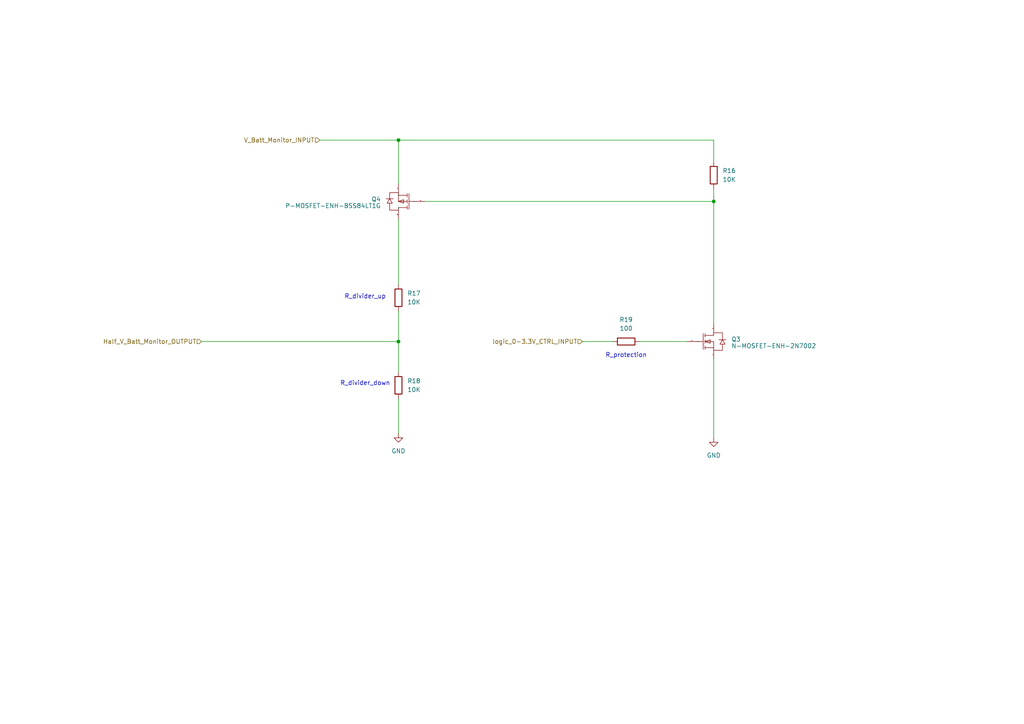
<source format=kicad_sch>
(kicad_sch
	(version 20250114)
	(generator "eeschema")
	(generator_version "9.0")
	(uuid "92a5201f-1701-4928-b22f-e2722fd5b3f0")
	(paper "A4")
	(lib_symbols
		(symbol "Device:R"
			(pin_numbers
				(hide yes)
			)
			(pin_names
				(offset 0)
			)
			(exclude_from_sim no)
			(in_bom yes)
			(on_board yes)
			(property "Reference" "R"
				(at 2.032 0 90)
				(effects
					(font
						(size 1.27 1.27)
					)
				)
			)
			(property "Value" "R"
				(at 0 0 90)
				(effects
					(font
						(size 1.27 1.27)
					)
				)
			)
			(property "Footprint" ""
				(at -1.778 0 90)
				(effects
					(font
						(size 1.27 1.27)
					)
					(hide yes)
				)
			)
			(property "Datasheet" "~"
				(at 0 0 0)
				(effects
					(font
						(size 1.27 1.27)
					)
					(hide yes)
				)
			)
			(property "Description" "Resistor"
				(at 0 0 0)
				(effects
					(font
						(size 1.27 1.27)
					)
					(hide yes)
				)
			)
			(property "ki_keywords" "R res resistor"
				(at 0 0 0)
				(effects
					(font
						(size 1.27 1.27)
					)
					(hide yes)
				)
			)
			(property "ki_fp_filters" "R_*"
				(at 0 0 0)
				(effects
					(font
						(size 1.27 1.27)
					)
					(hide yes)
				)
			)
			(symbol "R_0_1"
				(rectangle
					(start -1.016 -2.54)
					(end 1.016 2.54)
					(stroke
						(width 0.254)
						(type default)
					)
					(fill
						(type none)
					)
				)
			)
			(symbol "R_1_1"
				(pin passive line
					(at 0 3.81 270)
					(length 1.27)
					(name "~"
						(effects
							(font
								(size 1.27 1.27)
							)
						)
					)
					(number "1"
						(effects
							(font
								(size 1.27 1.27)
							)
						)
					)
				)
				(pin passive line
					(at 0 -3.81 90)
					(length 1.27)
					(name "~"
						(effects
							(font
								(size 1.27 1.27)
							)
						)
					)
					(number "2"
						(effects
							(font
								(size 1.27 1.27)
							)
						)
					)
				)
			)
			(embedded_fonts no)
		)
		(symbol "GND_1"
			(power)
			(pin_numbers
				(hide yes)
			)
			(pin_names
				(offset 0)
				(hide yes)
			)
			(exclude_from_sim no)
			(in_bom yes)
			(on_board yes)
			(property "Reference" "#PWR"
				(at 0 -6.35 0)
				(effects
					(font
						(size 1.27 1.27)
					)
					(hide yes)
				)
			)
			(property "Value" "GND"
				(at 0 -3.81 0)
				(effects
					(font
						(size 1.27 1.27)
					)
				)
			)
			(property "Footprint" ""
				(at 0 0 0)
				(effects
					(font
						(size 1.27 1.27)
					)
					(hide yes)
				)
			)
			(property "Datasheet" ""
				(at 0 0 0)
				(effects
					(font
						(size 1.27 1.27)
					)
					(hide yes)
				)
			)
			(property "Description" "Power symbol creates a global label with name \"GND\" , ground"
				(at 0 0 0)
				(effects
					(font
						(size 1.27 1.27)
					)
					(hide yes)
				)
			)
			(property "ki_keywords" "global power"
				(at 0 0 0)
				(effects
					(font
						(size 1.27 1.27)
					)
					(hide yes)
				)
			)
			(symbol "GND_1_0_1"
				(polyline
					(pts
						(xy 0 0) (xy 0 -1.27) (xy 1.27 -1.27) (xy 0 -2.54) (xy -1.27 -1.27) (xy 0 -1.27)
					)
					(stroke
						(width 0)
						(type default)
					)
					(fill
						(type none)
					)
				)
			)
			(symbol "GND_1_1_1"
				(pin power_in line
					(at 0 0 270)
					(length 0)
					(name "~"
						(effects
							(font
								(size 1.27 1.27)
							)
						)
					)
					(number "1"
						(effects
							(font
								(size 1.27 1.27)
							)
						)
					)
				)
			)
			(embedded_fonts no)
		)
		(symbol "My_Personal_Symbols_Library:2N7002"
			(exclude_from_sim no)
			(in_bom yes)
			(on_board yes)
			(property "Reference" "Q"
				(at -2.286 4.826 0)
				(effects
					(font
						(size 1.27 1.27)
					)
				)
			)
			(property "Value" ""
				(at 0 0 0)
				(effects
					(font
						(size 1.27 1.27)
					)
				)
			)
			(property "Footprint" "ProLib_pcs_NMOSFET_ENH_2N7002_2025-05-22:SOT-23-3_L2.9-W1.3-P1.90-LS2.4-BR"
				(at 3.048 28.448 0)
				(effects
					(font
						(size 1.27 1.27)
					)
					(hide yes)
				)
			)
			(property "Datasheet" "https://atta.szlcsc.com/upload/public/pdf/source/20171228/C164913_15144413269051213916.pdf"
				(at -1.524 19.304 0)
				(effects
					(font
						(size 1.27 1.27)
					)
					(hide yes)
				)
			)
			(property "Description" "Type:1 N-Channel Drain Source Voltage (Vdss): Continuous Drain Current (Id): Drain Source On Resistance (RDS(on)@Vgs,Id):5Ω@10V Power Dissipation (Pd):225mW Gate Threshold Voltage (Vgs(th)@Id):2.5V@250uA Input Capacitance (Ciss@Vds):50pF Reverse Transfer"
				(at -0.254 24.384 0)
				(effects
					(font
						(size 1.27 1.27)
					)
					(hide yes)
				)
			)
			(property "Manufacturer Part" "2N7002"
				(at 0.508 -14.732 0)
				(effects
					(font
						(size 1.27 1.27)
					)
					(hide yes)
				)
			)
			(property "Manufacturer" "CJ(江苏长电/长晶)"
				(at 1.778 -31.242 0)
				(effects
					(font
						(size 1.27 1.27)
					)
					(hide yes)
				)
			)
			(property "Supplier Part" "C8545"
				(at 0.762 -18.288 0)
				(effects
					(font
						(size 1.27 1.27)
					)
					(hide yes)
				)
			)
			(property "Supplier" "LCSC"
				(at 0.762 -26.162 0)
				(effects
					(font
						(size 1.27 1.27)
					)
					(hide yes)
				)
			)
			(property "LCSC Part Name" "1个N沟道 耐压:60V 电流:115mA"
				(at 0.508 16.002 0)
				(effects
					(font
						(size 1.27 1.27)
					)
					(hide yes)
				)
			)
			(symbol "2N7002_1_0"
				(polyline
					(pts
						(xy -2.54 0) (xy -0.508 0)
					)
					(stroke
						(width 0)
						(type default)
					)
					(fill
						(type none)
					)
				)
				(polyline
					(pts
						(xy -0.508 2.286) (xy -0.508 -2.286)
					)
					(stroke
						(width 0)
						(type default)
					)
					(fill
						(type none)
					)
				)
				(polyline
					(pts
						(xy 0 2.286) (xy 0 1.27)
					)
					(stroke
						(width 0)
						(type default)
					)
					(fill
						(type none)
					)
				)
				(polyline
					(pts
						(xy 0 1.778) (xy 2.54 1.778) (xy 2.54 1.778) (xy 2.54 2.54) (xy 2.54 2.54) (xy 5.08 2.54) (xy 5.08 2.54)
						(xy 5.08 0.508)
					)
					(stroke
						(width 0)
						(type default)
					)
					(fill
						(type none)
					)
				)
				(polyline
					(pts
						(xy 0 0) (xy 1.524 -0.508) (xy 1.524 -0.508) (xy 1.524 0.508) (xy 1.524 0.508) (xy 0 0)
					)
					(stroke
						(width 0)
						(type default)
					)
					(fill
						(type none)
					)
				)
				(polyline
					(pts
						(xy 0 0) (xy 2.54 0) (xy 2.54 0) (xy 2.54 -2.54) (xy 2.54 -2.54) (xy 5.08 -2.54) (xy 5.08 -2.54)
						(xy 5.08 -0.762)
					)
					(stroke
						(width 0)
						(type default)
					)
					(fill
						(type none)
					)
				)
				(polyline
					(pts
						(xy 0 -0.508) (xy 0 0.508)
					)
					(stroke
						(width 0)
						(type default)
					)
					(fill
						(type none)
					)
				)
				(polyline
					(pts
						(xy 0 -2.286) (xy 0 -1.27)
					)
					(stroke
						(width 0)
						(type default)
					)
					(fill
						(type none)
					)
				)
				(polyline
					(pts
						(xy 2.54 -1.778) (xy 0 -1.778)
					)
					(stroke
						(width 0)
						(type default)
					)
					(fill
						(type none)
					)
				)
				(polyline
					(pts
						(xy 5.08 0.508) (xy 4.318 -0.762) (xy 4.318 -0.762) (xy 5.842 -0.762) (xy 5.842 -0.762) (xy 5.08 0.508)
					)
					(stroke
						(width 0)
						(type default)
					)
					(fill
						(type none)
					)
				)
				(polyline
					(pts
						(xy 6.096 0.508) (xy 5.588 0.508) (xy 5.588 0.508) (xy 4.572 0.508) (xy 4.572 0.508) (xy 4.064 0.508)
					)
					(stroke
						(width 0)
						(type default)
					)
					(fill
						(type none)
					)
				)
				(pin input line
					(at -5.08 0 0)
					(length 2.54)
					(name "G"
						(effects
							(font
								(size 0.0254 0.0254)
							)
						)
					)
					(number "1"
						(effects
							(font
								(size 0.0254 0.0254)
							)
						)
					)
				)
				(pin input line
					(at 2.54 5.08 270)
					(length 2.54)
					(name "D"
						(effects
							(font
								(size 0.0254 0.0254)
							)
						)
					)
					(number "3"
						(effects
							(font
								(size 0.0254 0.0254)
							)
						)
					)
				)
				(pin input line
					(at 2.54 -5.08 90)
					(length 2.54)
					(name "S"
						(effects
							(font
								(size 0.0254 0.0254)
							)
						)
					)
					(number "2"
						(effects
							(font
								(size 0.0254 0.0254)
							)
						)
					)
				)
			)
			(embedded_fonts no)
		)
		(symbol "My_Personal_Symbols_Library:BSS84LT1G"
			(exclude_from_sim no)
			(in_bom yes)
			(on_board yes)
			(property "Reference" "Q"
				(at -1.778 4.064 0)
				(effects
					(font
						(size 1.27 1.27)
					)
				)
			)
			(property "Value" ""
				(at 0 0 0)
				(effects
					(font
						(size 1.27 1.27)
					)
				)
			)
			(property "Footprint" "ProLib_pcs_PMOSFET_ENH_BSS84LT1G_2025-05-22:SOT-23-3_L2.9-W1.6-P1.90-LS2.8-BR"
				(at 0.762 25.146 0)
				(effects
					(font
						(size 1.27 1.27)
					)
					(hide yes)
				)
			)
			(property "Datasheet" "https://atta.szlcsc.com/upload/public/pdf/source/20160910/1473490307635.PDF"
				(at 0 28.956 0)
				(effects
					(font
						(size 1.27 1.27)
					)
					(hide yes)
				)
			)
			(property "Description" "Type:1个PChannel Drain Source Voltage (Vdss): Continuous Drain Current (Id): Power Dissipation (Pd): Drain Source On Resistance (RDS(on)@Vgs,Id):10Ω@5V,100mA Gate Threshold Voltage (Vgs(th)@Id):2V@250uA Input Capacitance (Ciss@Vds):30pF@5V Operating Temper"
				(at 1.524 19.05 0)
				(effects
					(font
						(size 1.27 1.27)
					)
					(hide yes)
				)
			)
			(property "Manufacturer Part" "BSS84LT1G"
				(at 0.254 -16.002 0)
				(effects
					(font
						(size 1.27 1.27)
					)
					(hide yes)
				)
			)
			(property "Manufacturer" "onsemi(安森美)"
				(at 1.016 -26.67 0)
				(effects
					(font
						(size 1.27 1.27)
					)
					(hide yes)
				)
			)
			(property "Supplier Part" "C82079"
				(at 0.254 -20.32 0)
				(effects
					(font
						(size 1.27 1.27)
					)
					(hide yes)
				)
			)
			(property "Supplier" "LCSC"
				(at 0 -23.368 0)
				(effects
					(font
						(size 1.27 1.27)
					)
					(hide yes)
				)
			)
			(property "LCSC Part Name" "1个P沟道 耐压:50V 电流:130mA"
				(at 0.508 14.986 0)
				(effects
					(font
						(size 1.27 1.27)
					)
					(hide yes)
				)
			)
			(symbol "BSS84LT1G_1_0"
				(polyline
					(pts
						(xy -2.54 0) (xy -0.508 0)
					)
					(stroke
						(width 0)
						(type default)
					)
					(fill
						(type none)
					)
				)
				(polyline
					(pts
						(xy -0.508 2.286) (xy -0.508 -2.286)
					)
					(stroke
						(width 0)
						(type default)
					)
					(fill
						(type none)
					)
				)
				(polyline
					(pts
						(xy 0 2.286) (xy 0 1.27)
					)
					(stroke
						(width 0)
						(type default)
					)
					(fill
						(type none)
					)
				)
				(polyline
					(pts
						(xy 0 1.778) (xy 2.54 1.778) (xy 2.54 1.778) (xy 2.54 2.54) (xy 2.54 2.54) (xy 5.08 2.54) (xy 5.08 2.54)
						(xy 5.08 0.508)
					)
					(stroke
						(width 0)
						(type default)
					)
					(fill
						(type none)
					)
				)
				(polyline
					(pts
						(xy 0 0) (xy 2.54 0) (xy 2.54 0) (xy 2.54 -2.54) (xy 2.54 -2.54) (xy 5.08 -2.54) (xy 5.08 -2.54)
						(xy 5.08 -0.762)
					)
					(stroke
						(width 0)
						(type default)
					)
					(fill
						(type none)
					)
				)
				(polyline
					(pts
						(xy 0 -0.508) (xy 0 0.508)
					)
					(stroke
						(width 0)
						(type default)
					)
					(fill
						(type none)
					)
				)
				(polyline
					(pts
						(xy 0 -2.286) (xy 0 -1.27)
					)
					(stroke
						(width 0)
						(type default)
					)
					(fill
						(type none)
					)
				)
				(polyline
					(pts
						(xy 2.54 0) (xy 1.016 0.508) (xy 1.016 0.508) (xy 1.016 -0.508) (xy 1.016 -0.508) (xy 2.54 0)
					)
					(stroke
						(width 0)
						(type default)
					)
					(fill
						(type none)
					)
				)
				(polyline
					(pts
						(xy 2.54 -1.778) (xy 0 -1.778)
					)
					(stroke
						(width 0)
						(type default)
					)
					(fill
						(type none)
					)
				)
				(polyline
					(pts
						(xy 4.064 -0.762) (xy 4.572 -0.762) (xy 4.572 -0.762) (xy 5.588 -0.762) (xy 5.588 -0.762) (xy 6.096 -0.762)
					)
					(stroke
						(width 0)
						(type default)
					)
					(fill
						(type none)
					)
				)
				(polyline
					(pts
						(xy 5.08 -0.762) (xy 5.842 0.508) (xy 5.842 0.508) (xy 4.318 0.508) (xy 4.318 0.508) (xy 5.08 -0.762)
					)
					(stroke
						(width 0)
						(type default)
					)
					(fill
						(type none)
					)
				)
				(pin bidirectional line
					(at -5.08 0 0)
					(length 2.54)
					(name "G"
						(effects
							(font
								(size 0.0254 0.0254)
							)
						)
					)
					(number "1"
						(effects
							(font
								(size 0.0254 0.0254)
							)
						)
					)
				)
				(pin bidirectional line
					(at 2.54 5.08 270)
					(length 2.54)
					(name "D"
						(effects
							(font
								(size 0.0254 0.0254)
							)
						)
					)
					(number "3"
						(effects
							(font
								(size 0.0254 0.0254)
							)
						)
					)
				)
				(pin bidirectional line
					(at 2.54 -5.08 90)
					(length 2.54)
					(name "S"
						(effects
							(font
								(size 0.0254 0.0254)
							)
						)
					)
					(number "2"
						(effects
							(font
								(size 0.0254 0.0254)
							)
						)
					)
				)
			)
			(embedded_fonts no)
		)
	)
	(text "R_divider_up"
		(exclude_from_sim no)
		(at 105.918 86.106 0)
		(effects
			(font
				(size 1.27 1.27)
			)
		)
		(uuid "30a3ef4c-78c3-4100-85fa-14ca0fbfa16b")
	)
	(text "R_protection"
		(exclude_from_sim no)
		(at 181.61 103.124 0)
		(effects
			(font
				(size 1.27 1.27)
			)
		)
		(uuid "47bd4c70-e3e7-4c0e-81b5-edd95799d02c")
	)
	(text "R_divider_down"
		(exclude_from_sim no)
		(at 105.918 111.252 0)
		(effects
			(font
				(size 1.27 1.27)
			)
		)
		(uuid "c729fac9-10ae-4956-b5a1-37da60dc728c")
	)
	(junction
		(at 207.01 58.42)
		(diameter 0)
		(color 0 0 0 0)
		(uuid "00127439-faea-4b6b-9c0e-2e37d872a570")
	)
	(junction
		(at 115.57 99.06)
		(diameter 0)
		(color 0 0 0 0)
		(uuid "b18577f0-2423-40a1-a58f-e3ae7f55a344")
	)
	(junction
		(at 115.57 40.64)
		(diameter 0)
		(color 0 0 0 0)
		(uuid "fa0f0e01-66ea-4bcd-95bb-d6099753e43f")
	)
	(wire
		(pts
			(xy 207.01 58.42) (xy 207.01 54.61)
		)
		(stroke
			(width 0)
			(type default)
		)
		(uuid "070330f7-2dda-480d-91e2-f1b0669880ac")
	)
	(wire
		(pts
			(xy 185.42 99.06) (xy 199.39 99.06)
		)
		(stroke
			(width 0)
			(type default)
		)
		(uuid "2b5732b2-4de9-4f06-a4ba-f4bca86dbb83")
	)
	(wire
		(pts
			(xy 115.57 90.17) (xy 115.57 99.06)
		)
		(stroke
			(width 0)
			(type default)
		)
		(uuid "34932892-8a65-40d5-852a-74732a578ebe")
	)
	(wire
		(pts
			(xy 115.57 40.64) (xy 207.01 40.64)
		)
		(stroke
			(width 0)
			(type default)
		)
		(uuid "42faf76d-1906-43b4-81a3-87d49bc087fc")
	)
	(wire
		(pts
			(xy 115.57 40.64) (xy 115.57 53.34)
		)
		(stroke
			(width 0)
			(type default)
		)
		(uuid "681fa6c9-d1d6-466c-bb26-9205dd0bbf19")
	)
	(wire
		(pts
			(xy 123.19 58.42) (xy 207.01 58.42)
		)
		(stroke
			(width 0)
			(type default)
		)
		(uuid "73e2a4fd-d1e4-4d8e-8b5c-221803dd1b28")
	)
	(wire
		(pts
			(xy 207.01 104.14) (xy 207.01 127)
		)
		(stroke
			(width 0)
			(type default)
		)
		(uuid "85d5f1ef-b9d4-4c5f-87e9-cbe4781e11c1")
	)
	(wire
		(pts
			(xy 168.91 99.06) (xy 177.8 99.06)
		)
		(stroke
			(width 0)
			(type default)
		)
		(uuid "884e766b-3770-47a0-8f3d-49d4e3f5b910")
	)
	(wire
		(pts
			(xy 115.57 63.5) (xy 115.57 82.55)
		)
		(stroke
			(width 0)
			(type default)
		)
		(uuid "8e1a243e-dbb0-4730-ae23-6918c7ddf278")
	)
	(wire
		(pts
			(xy 115.57 99.06) (xy 115.57 107.95)
		)
		(stroke
			(width 0)
			(type default)
		)
		(uuid "90a7a9ae-c6f9-442b-a18a-a2aee3b15980")
	)
	(wire
		(pts
			(xy 207.01 40.64) (xy 207.01 46.99)
		)
		(stroke
			(width 0)
			(type default)
		)
		(uuid "c5535458-2d88-4cd5-9fbd-76b72ca36aa5")
	)
	(wire
		(pts
			(xy 92.71 40.64) (xy 115.57 40.64)
		)
		(stroke
			(width 0)
			(type default)
		)
		(uuid "d429d384-d8e2-42ad-abac-15c38a5d6627")
	)
	(wire
		(pts
			(xy 115.57 115.57) (xy 115.57 125.73)
		)
		(stroke
			(width 0)
			(type default)
		)
		(uuid "d60061b6-8009-4146-8f1e-0649220f7539")
	)
	(wire
		(pts
			(xy 58.42 99.06) (xy 115.57 99.06)
		)
		(stroke
			(width 0)
			(type default)
		)
		(uuid "dad2df6d-daba-4ec9-a68b-068e2de1f365")
	)
	(wire
		(pts
			(xy 207.01 58.42) (xy 207.01 93.98)
		)
		(stroke
			(width 0)
			(type default)
		)
		(uuid "e0df1e53-6362-452f-a024-8d15c750a287")
	)
	(hierarchical_label "logic_0-3.3V_CTRL_INPUT"
		(shape input)
		(at 168.91 99.06 180)
		(effects
			(font
				(size 1.27 1.27)
			)
			(justify right)
		)
		(uuid "b61ddfbe-e5d2-4024-9365-b8789fa5b5b4")
	)
	(hierarchical_label "Half_V_Batt_Monitor_OUTPUT"
		(shape input)
		(at 58.42 99.06 180)
		(effects
			(font
				(size 1.27 1.27)
			)
			(justify right)
		)
		(uuid "e9afbf66-69e8-44ea-a153-aaf2687cd457")
	)
	(hierarchical_label "V_Batt_Monitor_INPUT"
		(shape input)
		(at 92.71 40.64 180)
		(effects
			(font
				(size 1.27 1.27)
			)
			(justify right)
		)
		(uuid "f481a9cc-e824-4055-990d-1c59ef0df01a")
	)
	(symbol
		(lib_id "Device:R")
		(at 115.57 86.36 180)
		(unit 1)
		(exclude_from_sim no)
		(in_bom yes)
		(on_board yes)
		(dnp no)
		(fields_autoplaced yes)
		(uuid "199177db-53a4-4556-8488-c3c119e7df80")
		(property "Reference" "R17"
			(at 118.11 85.0899 0)
			(effects
				(font
					(size 1.27 1.27)
				)
				(justify right)
			)
		)
		(property "Value" "10K"
			(at 118.11 87.6299 0)
			(effects
				(font
					(size 1.27 1.27)
				)
				(justify right)
			)
		)
		(property "Footprint" "Resistor_SMD:R_0805_2012Metric_Pad1.20x1.40mm_HandSolder"
			(at 117.348 86.36 90)
			(effects
				(font
					(size 1.27 1.27)
				)
				(hide yes)
			)
		)
		(property "Datasheet" "~"
			(at 115.57 86.36 0)
			(effects
				(font
					(size 1.27 1.27)
				)
				(hide yes)
			)
		)
		(property "Description" ""
			(at 115.57 86.36 0)
			(effects
				(font
					(size 1.27 1.27)
				)
			)
		)
		(property "REF" "C17414"
			(at 115.57 86.36 0)
			(effects
				(font
					(size 1.27 1.27)
				)
				(hide yes)
			)
		)
		(pin "1"
			(uuid "c2c1675f-adb7-4851-b4f9-00487e54b4a3")
		)
		(pin "2"
			(uuid "ee6c6f03-5af7-41bf-ad87-0f48a029534d")
		)
		(instances
			(project "MY-ESP32"
				(path "/d6d8d651-8dd4-45a4-bd17-f84a87bbb30c/c1b111d2-5f69-4acb-9937-8a3e8f5ceef0"
					(reference "R17")
					(unit 1)
				)
			)
		)
	)
	(symbol
		(lib_id "Device:R")
		(at 207.01 50.8 180)
		(unit 1)
		(exclude_from_sim no)
		(in_bom yes)
		(on_board yes)
		(dnp no)
		(fields_autoplaced yes)
		(uuid "4675a444-536a-450c-9a93-4ac617c1c317")
		(property "Reference" "R16"
			(at 209.55 49.5299 0)
			(effects
				(font
					(size 1.27 1.27)
				)
				(justify right)
			)
		)
		(property "Value" "10K"
			(at 209.55 52.0699 0)
			(effects
				(font
					(size 1.27 1.27)
				)
				(justify right)
			)
		)
		(property "Footprint" "Resistor_SMD:R_0805_2012Metric_Pad1.20x1.40mm_HandSolder"
			(at 208.788 50.8 90)
			(effects
				(font
					(size 1.27 1.27)
				)
				(hide yes)
			)
		)
		(property "Datasheet" "~"
			(at 207.01 50.8 0)
			(effects
				(font
					(size 1.27 1.27)
				)
				(hide yes)
			)
		)
		(property "Description" ""
			(at 207.01 50.8 0)
			(effects
				(font
					(size 1.27 1.27)
				)
			)
		)
		(property "REF" "C17414"
			(at 207.01 50.8 0)
			(effects
				(font
					(size 1.27 1.27)
				)
				(hide yes)
			)
		)
		(pin "1"
			(uuid "8ab679ae-e7a3-44d4-87e0-aa45f664433c")
		)
		(pin "2"
			(uuid "5b2189b2-8e35-4388-8b55-98c76ddef836")
		)
		(instances
			(project "MY-ESP32"
				(path "/d6d8d651-8dd4-45a4-bd17-f84a87bbb30c/c1b111d2-5f69-4acb-9937-8a3e8f5ceef0"
					(reference "R16")
					(unit 1)
				)
			)
		)
	)
	(symbol
		(lib_name "GND_1")
		(lib_id "power:GND")
		(at 207.01 127 0)
		(unit 1)
		(exclude_from_sim no)
		(in_bom yes)
		(on_board yes)
		(dnp no)
		(fields_autoplaced yes)
		(uuid "5d081306-c95a-4479-bd7c-0bba8c6f02a6")
		(property "Reference" "#PWR046"
			(at 207.01 133.35 0)
			(effects
				(font
					(size 1.27 1.27)
				)
				(hide yes)
			)
		)
		(property "Value" "GND"
			(at 207.01 132.08 0)
			(effects
				(font
					(size 1.27 1.27)
				)
			)
		)
		(property "Footprint" ""
			(at 207.01 127 0)
			(effects
				(font
					(size 1.27 1.27)
				)
				(hide yes)
			)
		)
		(property "Datasheet" ""
			(at 207.01 127 0)
			(effects
				(font
					(size 1.27 1.27)
				)
				(hide yes)
			)
		)
		(property "Description" "Power symbol creates a global label with name \"GND\" , ground"
			(at 207.01 127 0)
			(effects
				(font
					(size 1.27 1.27)
				)
				(hide yes)
			)
		)
		(pin "1"
			(uuid "a4e67d36-c69e-4f0a-8045-436fb9c03ae6")
		)
		(instances
			(project "MY-ESP32"
				(path "/d6d8d651-8dd4-45a4-bd17-f84a87bbb30c/c1b111d2-5f69-4acb-9937-8a3e8f5ceef0"
					(reference "#PWR046")
					(unit 1)
				)
			)
		)
	)
	(symbol
		(lib_name "GND_1")
		(lib_id "power:GND")
		(at 115.57 125.73 0)
		(unit 1)
		(exclude_from_sim no)
		(in_bom yes)
		(on_board yes)
		(dnp no)
		(fields_autoplaced yes)
		(uuid "96982180-f026-4cf4-9d33-9b22cbfcb0c6")
		(property "Reference" "#PWR045"
			(at 115.57 132.08 0)
			(effects
				(font
					(size 1.27 1.27)
				)
				(hide yes)
			)
		)
		(property "Value" "GND"
			(at 115.57 130.81 0)
			(effects
				(font
					(size 1.27 1.27)
				)
			)
		)
		(property "Footprint" ""
			(at 115.57 125.73 0)
			(effects
				(font
					(size 1.27 1.27)
				)
				(hide yes)
			)
		)
		(property "Datasheet" ""
			(at 115.57 125.73 0)
			(effects
				(font
					(size 1.27 1.27)
				)
				(hide yes)
			)
		)
		(property "Description" "Power symbol creates a global label with name \"GND\" , ground"
			(at 115.57 125.73 0)
			(effects
				(font
					(size 1.27 1.27)
				)
				(hide yes)
			)
		)
		(pin "1"
			(uuid "41e42f80-d7bc-467d-a68b-03e1de2e4831")
		)
		(instances
			(project "MY-ESP32"
				(path "/d6d8d651-8dd4-45a4-bd17-f84a87bbb30c/c1b111d2-5f69-4acb-9937-8a3e8f5ceef0"
					(reference "#PWR045")
					(unit 1)
				)
			)
		)
	)
	(symbol
		(lib_id "My_Personal_Symbols_Library:2N7002")
		(at 204.47 99.06 0)
		(unit 1)
		(exclude_from_sim no)
		(in_bom yes)
		(on_board yes)
		(dnp no)
		(fields_autoplaced yes)
		(uuid "9f27b479-6e6a-4379-b826-a9e3c633d4e6")
		(property "Reference" "Q3"
			(at 212.09 98.4249 0)
			(effects
				(font
					(size 1.27 1.27)
				)
				(justify left)
			)
		)
		(property "Value" "N-MOSFET-ENH-2N7002"
			(at 212.09 100.33 0)
			(effects
				(font
					(size 1.27 1.27)
				)
				(justify left)
			)
		)
		(property "Footprint" "My_Personal_Footprints_Library:2N7002"
			(at 207.518 70.612 0)
			(effects
				(font
					(size 1.27 1.27)
				)
				(hide yes)
			)
		)
		(property "Datasheet" "https://atta.szlcsc.com/upload/public/pdf/source/20171228/C164913_15144413269051213916.pdf"
			(at 202.946 79.756 0)
			(effects
				(font
					(size 1.27 1.27)
				)
				(hide yes)
			)
		)
		(property "Description" "Type:1 N-Channel Drain Source Voltage (Vdss): Continuous Drain Current (Id): Drain Source On Resistance (RDS(on)@Vgs,Id):5Ω@10V Power Dissipation (Pd):225mW Gate Threshold Voltage (Vgs(th)@Id):2.5V@250uA Input Capacitance (Ciss@Vds):50pF Reverse Transfer"
			(at 204.216 74.676 0)
			(effects
				(font
					(size 1.27 1.27)
				)
				(hide yes)
			)
		)
		(property "Manufacturer Part" "2N7002"
			(at 204.978 113.792 0)
			(effects
				(font
					(size 1.27 1.27)
				)
				(hide yes)
			)
		)
		(property "Manufacturer" "CJ(江苏长电/长晶)"
			(at 206.248 130.302 0)
			(effects
				(font
					(size 1.27 1.27)
				)
				(hide yes)
			)
		)
		(property "Supplier Part" "C8545"
			(at 205.232 117.348 0)
			(effects
				(font
					(size 1.27 1.27)
				)
				(hide yes)
			)
		)
		(property "Supplier" "LCSC"
			(at 205.232 125.222 0)
			(effects
				(font
					(size 1.27 1.27)
				)
				(hide yes)
			)
		)
		(property "LCSC Part Name" "1个N沟道 耐压:60V 电流:115mA"
			(at 204.978 83.058 0)
			(effects
				(font
					(size 1.27 1.27)
				)
				(hide yes)
			)
		)
		(pin "3"
			(uuid "4d7fb4fd-9e34-4f36-9a21-9a4c1257e394")
		)
		(pin "1"
			(uuid "03400b44-464e-478e-833b-92a52fe58412")
		)
		(pin "2"
			(uuid "e2e514a9-a457-4cf4-9c04-e91802b7e694")
		)
		(instances
			(project "MY-ESP32"
				(path "/d6d8d651-8dd4-45a4-bd17-f84a87bbb30c/c1b111d2-5f69-4acb-9937-8a3e8f5ceef0"
					(reference "Q3")
					(unit 1)
				)
			)
		)
	)
	(symbol
		(lib_id "Device:R")
		(at 115.57 111.76 180)
		(unit 1)
		(exclude_from_sim no)
		(in_bom yes)
		(on_board yes)
		(dnp no)
		(uuid "9ffefc1a-578c-4b37-80d3-cb84958a76f2")
		(property "Reference" "R18"
			(at 118.11 110.4899 0)
			(effects
				(font
					(size 1.27 1.27)
				)
				(justify right)
			)
		)
		(property "Value" "10K"
			(at 118.11 113.0299 0)
			(effects
				(font
					(size 1.27 1.27)
				)
				(justify right)
			)
		)
		(property "Footprint" "Resistor_SMD:R_0805_2012Metric_Pad1.20x1.40mm_HandSolder"
			(at 117.348 111.76 90)
			(effects
				(font
					(size 1.27 1.27)
				)
				(hide yes)
			)
		)
		(property "Datasheet" "~"
			(at 115.57 111.76 0)
			(effects
				(font
					(size 1.27 1.27)
				)
				(hide yes)
			)
		)
		(property "Description" ""
			(at 115.57 111.76 0)
			(effects
				(font
					(size 1.27 1.27)
				)
			)
		)
		(property "REF" "C17414"
			(at 115.57 111.76 0)
			(effects
				(font
					(size 1.27 1.27)
				)
				(hide yes)
			)
		)
		(pin "1"
			(uuid "95d8c5f2-5805-4e8e-b945-a379ffd6cee5")
		)
		(pin "2"
			(uuid "cba8b637-f995-4398-85b1-bf3606978645")
		)
		(instances
			(project "MY-ESP32"
				(path "/d6d8d651-8dd4-45a4-bd17-f84a87bbb30c/c1b111d2-5f69-4acb-9937-8a3e8f5ceef0"
					(reference "R18")
					(unit 1)
				)
			)
		)
	)
	(symbol
		(lib_id "Device:R")
		(at 181.61 99.06 270)
		(unit 1)
		(exclude_from_sim no)
		(in_bom yes)
		(on_board yes)
		(dnp no)
		(fields_autoplaced yes)
		(uuid "f2f184c9-ed37-40c2-9879-ef36b6fb72cf")
		(property "Reference" "R19"
			(at 181.61 92.71 90)
			(effects
				(font
					(size 1.27 1.27)
				)
			)
		)
		(property "Value" "100"
			(at 181.61 95.25 90)
			(effects
				(font
					(size 1.27 1.27)
				)
			)
		)
		(property "Footprint" "Resistor_SMD:R_0805_2012Metric_Pad1.20x1.40mm_HandSolder"
			(at 181.61 97.282 90)
			(effects
				(font
					(size 1.27 1.27)
				)
				(hide yes)
			)
		)
		(property "Datasheet" "~"
			(at 181.61 99.06 0)
			(effects
				(font
					(size 1.27 1.27)
				)
				(hide yes)
			)
		)
		(property "Description" ""
			(at 181.61 99.06 0)
			(effects
				(font
					(size 1.27 1.27)
				)
			)
		)
		(property "REF" "C17408"
			(at 181.61 99.06 0)
			(effects
				(font
					(size 1.27 1.27)
				)
				(hide yes)
			)
		)
		(pin "1"
			(uuid "6ea4b5e7-575d-43fc-9eef-8c473a507c1f")
		)
		(pin "2"
			(uuid "d54461af-0a88-44d7-9e6a-7db5a042766e")
		)
		(instances
			(project "MY-ESP32"
				(path "/d6d8d651-8dd4-45a4-bd17-f84a87bbb30c/c1b111d2-5f69-4acb-9937-8a3e8f5ceef0"
					(reference "R19")
					(unit 1)
				)
			)
		)
	)
	(symbol
		(lib_id "My_Personal_Symbols_Library:BSS84LT1G")
		(at 118.11 58.42 180)
		(unit 1)
		(exclude_from_sim no)
		(in_bom yes)
		(on_board yes)
		(dnp no)
		(fields_autoplaced yes)
		(uuid "f6fac631-0a84-4a9e-95bd-122054b460c8")
		(property "Reference" "Q4"
			(at 110.49 57.7849 0)
			(effects
				(font
					(size 1.27 1.27)
				)
				(justify left)
			)
		)
		(property "Value" "P-MOSFET-ENH-BSS84LT1G"
			(at 110.49 59.69 0)
			(effects
				(font
					(size 1.27 1.27)
				)
				(justify left)
			)
		)
		(property "Footprint" "My_Personal_Footprints_Library:BSS84LT1G"
			(at 117.348 83.566 0)
			(effects
				(font
					(size 1.27 1.27)
				)
				(hide yes)
			)
		)
		(property "Datasheet" "https://atta.szlcsc.com/upload/public/pdf/source/20160910/1473490307635.PDF"
			(at 118.11 87.376 0)
			(effects
				(font
					(size 1.27 1.27)
				)
				(hide yes)
			)
		)
		(property "Description" "Type:1个PChannel Drain Source Voltage (Vdss): Continuous Drain Current (Id): Power Dissipation (Pd): Drain Source On Resistance (RDS(on)@Vgs,Id):10Ω@5V,100mA Gate Threshold Voltage (Vgs(th)@Id):2V@250uA Input Capacitance (Ciss@Vds):30pF@5V Operating Temper"
			(at 116.586 77.47 0)
			(effects
				(font
					(size 1.27 1.27)
				)
				(hide yes)
			)
		)
		(property "Manufacturer Part" "BSS84LT1G"
			(at 117.856 42.418 0)
			(effects
				(font
					(size 1.27 1.27)
				)
				(hide yes)
			)
		)
		(property "Manufacturer" "onsemi(安森美)"
			(at 117.094 31.75 0)
			(effects
				(font
					(size 1.27 1.27)
				)
				(hide yes)
			)
		)
		(property "Supplier Part" "C82079"
			(at 117.856 38.1 0)
			(effects
				(font
					(size 1.27 1.27)
				)
				(hide yes)
			)
		)
		(property "Supplier" "LCSC"
			(at 118.11 35.052 0)
			(effects
				(font
					(size 1.27 1.27)
				)
				(hide yes)
			)
		)
		(property "LCSC Part Name" "1个P沟道 耐压:50V 电流:130mA"
			(at 117.602 73.406 0)
			(effects
				(font
					(size 1.27 1.27)
				)
				(hide yes)
			)
		)
		(pin "3"
			(uuid "cc1b90b2-dfb6-4e7b-8ffb-90c8babd196b")
		)
		(pin "2"
			(uuid "f7f324ee-5d87-47bd-80a5-c4f6a01e009c")
		)
		(pin "1"
			(uuid "609ce135-1f6d-49c8-8587-580170f26d2f")
		)
		(instances
			(project "MY-ESP32"
				(path "/d6d8d651-8dd4-45a4-bd17-f84a87bbb30c/c1b111d2-5f69-4acb-9937-8a3e8f5ceef0"
					(reference "Q4")
					(unit 1)
				)
			)
		)
	)
)

</source>
